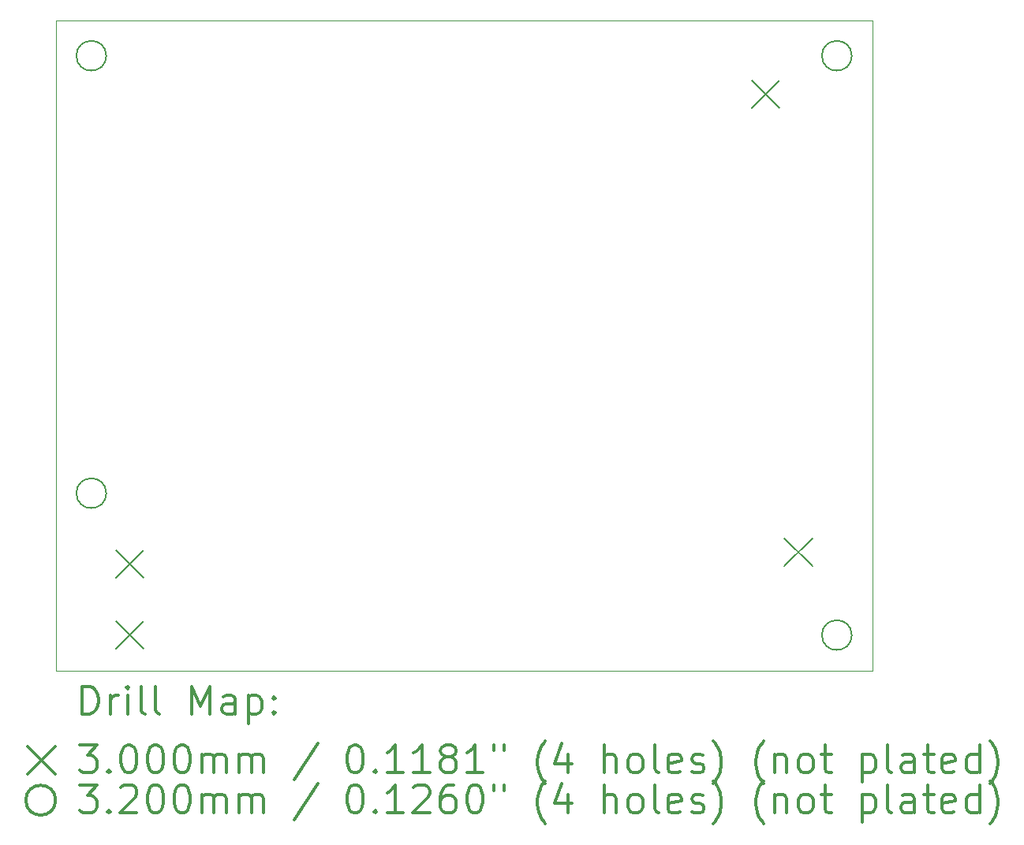
<source format=gbr>
%FSLAX45Y45*%
G04 Gerber Fmt 4.5, Leading zero omitted, Abs format (unit mm)*
G04 Created by KiCad (PCBNEW (5.1.10)-1) date 2021-12-04 11:07:23*
%MOMM*%
%LPD*%
G01*
G04 APERTURE LIST*
%TA.AperFunction,Profile*%
%ADD10C,0.050000*%
%TD*%
%ADD11C,0.200000*%
%ADD12C,0.300000*%
G04 APERTURE END LIST*
D10*
X6731000Y-13208000D02*
X6731000Y-6223000D01*
X15494000Y-13208000D02*
X6731000Y-13208000D01*
X15494000Y-6223000D02*
X15494000Y-13208000D01*
X6731000Y-6223000D02*
X15494000Y-6223000D01*
D11*
X7375000Y-11915000D02*
X7675000Y-12215000D01*
X7675000Y-11915000D02*
X7375000Y-12215000D01*
X7375000Y-12677000D02*
X7675000Y-12977000D01*
X7675000Y-12677000D02*
X7375000Y-12977000D01*
X14201000Y-6867000D02*
X14501000Y-7167000D01*
X14501000Y-6867000D02*
X14201000Y-7167000D01*
X14550000Y-11788000D02*
X14850000Y-12088000D01*
X14850000Y-11788000D02*
X14550000Y-12088000D01*
X7272000Y-6604000D02*
G75*
G03*
X7272000Y-6604000I-160000J0D01*
G01*
X7272000Y-11303000D02*
G75*
G03*
X7272000Y-11303000I-160000J0D01*
G01*
X15273000Y-6604000D02*
G75*
G03*
X15273000Y-6604000I-160000J0D01*
G01*
X15273000Y-12827000D02*
G75*
G03*
X15273000Y-12827000I-160000J0D01*
G01*
D12*
X7014928Y-13676214D02*
X7014928Y-13376214D01*
X7086357Y-13376214D01*
X7129214Y-13390500D01*
X7157786Y-13419071D01*
X7172071Y-13447643D01*
X7186357Y-13504786D01*
X7186357Y-13547643D01*
X7172071Y-13604786D01*
X7157786Y-13633357D01*
X7129214Y-13661929D01*
X7086357Y-13676214D01*
X7014928Y-13676214D01*
X7314928Y-13676214D02*
X7314928Y-13476214D01*
X7314928Y-13533357D02*
X7329214Y-13504786D01*
X7343500Y-13490500D01*
X7372071Y-13476214D01*
X7400643Y-13476214D01*
X7500643Y-13676214D02*
X7500643Y-13476214D01*
X7500643Y-13376214D02*
X7486357Y-13390500D01*
X7500643Y-13404786D01*
X7514928Y-13390500D01*
X7500643Y-13376214D01*
X7500643Y-13404786D01*
X7686357Y-13676214D02*
X7657786Y-13661929D01*
X7643500Y-13633357D01*
X7643500Y-13376214D01*
X7843500Y-13676214D02*
X7814928Y-13661929D01*
X7800643Y-13633357D01*
X7800643Y-13376214D01*
X8186357Y-13676214D02*
X8186357Y-13376214D01*
X8286357Y-13590500D01*
X8386357Y-13376214D01*
X8386357Y-13676214D01*
X8657786Y-13676214D02*
X8657786Y-13519071D01*
X8643500Y-13490500D01*
X8614928Y-13476214D01*
X8557786Y-13476214D01*
X8529214Y-13490500D01*
X8657786Y-13661929D02*
X8629214Y-13676214D01*
X8557786Y-13676214D01*
X8529214Y-13661929D01*
X8514928Y-13633357D01*
X8514928Y-13604786D01*
X8529214Y-13576214D01*
X8557786Y-13561929D01*
X8629214Y-13561929D01*
X8657786Y-13547643D01*
X8800643Y-13476214D02*
X8800643Y-13776214D01*
X8800643Y-13490500D02*
X8829214Y-13476214D01*
X8886357Y-13476214D01*
X8914928Y-13490500D01*
X8929214Y-13504786D01*
X8943500Y-13533357D01*
X8943500Y-13619071D01*
X8929214Y-13647643D01*
X8914928Y-13661929D01*
X8886357Y-13676214D01*
X8829214Y-13676214D01*
X8800643Y-13661929D01*
X9072071Y-13647643D02*
X9086357Y-13661929D01*
X9072071Y-13676214D01*
X9057786Y-13661929D01*
X9072071Y-13647643D01*
X9072071Y-13676214D01*
X9072071Y-13490500D02*
X9086357Y-13504786D01*
X9072071Y-13519071D01*
X9057786Y-13504786D01*
X9072071Y-13490500D01*
X9072071Y-13519071D01*
X6428500Y-14020500D02*
X6728500Y-14320500D01*
X6728500Y-14020500D02*
X6428500Y-14320500D01*
X6986357Y-14006214D02*
X7172071Y-14006214D01*
X7072071Y-14120500D01*
X7114928Y-14120500D01*
X7143500Y-14134786D01*
X7157786Y-14149071D01*
X7172071Y-14177643D01*
X7172071Y-14249071D01*
X7157786Y-14277643D01*
X7143500Y-14291929D01*
X7114928Y-14306214D01*
X7029214Y-14306214D01*
X7000643Y-14291929D01*
X6986357Y-14277643D01*
X7300643Y-14277643D02*
X7314928Y-14291929D01*
X7300643Y-14306214D01*
X7286357Y-14291929D01*
X7300643Y-14277643D01*
X7300643Y-14306214D01*
X7500643Y-14006214D02*
X7529214Y-14006214D01*
X7557786Y-14020500D01*
X7572071Y-14034786D01*
X7586357Y-14063357D01*
X7600643Y-14120500D01*
X7600643Y-14191929D01*
X7586357Y-14249071D01*
X7572071Y-14277643D01*
X7557786Y-14291929D01*
X7529214Y-14306214D01*
X7500643Y-14306214D01*
X7472071Y-14291929D01*
X7457786Y-14277643D01*
X7443500Y-14249071D01*
X7429214Y-14191929D01*
X7429214Y-14120500D01*
X7443500Y-14063357D01*
X7457786Y-14034786D01*
X7472071Y-14020500D01*
X7500643Y-14006214D01*
X7786357Y-14006214D02*
X7814928Y-14006214D01*
X7843500Y-14020500D01*
X7857786Y-14034786D01*
X7872071Y-14063357D01*
X7886357Y-14120500D01*
X7886357Y-14191929D01*
X7872071Y-14249071D01*
X7857786Y-14277643D01*
X7843500Y-14291929D01*
X7814928Y-14306214D01*
X7786357Y-14306214D01*
X7757786Y-14291929D01*
X7743500Y-14277643D01*
X7729214Y-14249071D01*
X7714928Y-14191929D01*
X7714928Y-14120500D01*
X7729214Y-14063357D01*
X7743500Y-14034786D01*
X7757786Y-14020500D01*
X7786357Y-14006214D01*
X8072071Y-14006214D02*
X8100643Y-14006214D01*
X8129214Y-14020500D01*
X8143500Y-14034786D01*
X8157786Y-14063357D01*
X8172071Y-14120500D01*
X8172071Y-14191929D01*
X8157786Y-14249071D01*
X8143500Y-14277643D01*
X8129214Y-14291929D01*
X8100643Y-14306214D01*
X8072071Y-14306214D01*
X8043500Y-14291929D01*
X8029214Y-14277643D01*
X8014928Y-14249071D01*
X8000643Y-14191929D01*
X8000643Y-14120500D01*
X8014928Y-14063357D01*
X8029214Y-14034786D01*
X8043500Y-14020500D01*
X8072071Y-14006214D01*
X8300643Y-14306214D02*
X8300643Y-14106214D01*
X8300643Y-14134786D02*
X8314928Y-14120500D01*
X8343500Y-14106214D01*
X8386357Y-14106214D01*
X8414928Y-14120500D01*
X8429214Y-14149071D01*
X8429214Y-14306214D01*
X8429214Y-14149071D02*
X8443500Y-14120500D01*
X8472071Y-14106214D01*
X8514928Y-14106214D01*
X8543500Y-14120500D01*
X8557786Y-14149071D01*
X8557786Y-14306214D01*
X8700643Y-14306214D02*
X8700643Y-14106214D01*
X8700643Y-14134786D02*
X8714928Y-14120500D01*
X8743500Y-14106214D01*
X8786357Y-14106214D01*
X8814928Y-14120500D01*
X8829214Y-14149071D01*
X8829214Y-14306214D01*
X8829214Y-14149071D02*
X8843500Y-14120500D01*
X8872071Y-14106214D01*
X8914928Y-14106214D01*
X8943500Y-14120500D01*
X8957786Y-14149071D01*
X8957786Y-14306214D01*
X9543500Y-13991929D02*
X9286357Y-14377643D01*
X9929214Y-14006214D02*
X9957786Y-14006214D01*
X9986357Y-14020500D01*
X10000643Y-14034786D01*
X10014928Y-14063357D01*
X10029214Y-14120500D01*
X10029214Y-14191929D01*
X10014928Y-14249071D01*
X10000643Y-14277643D01*
X9986357Y-14291929D01*
X9957786Y-14306214D01*
X9929214Y-14306214D01*
X9900643Y-14291929D01*
X9886357Y-14277643D01*
X9872071Y-14249071D01*
X9857786Y-14191929D01*
X9857786Y-14120500D01*
X9872071Y-14063357D01*
X9886357Y-14034786D01*
X9900643Y-14020500D01*
X9929214Y-14006214D01*
X10157786Y-14277643D02*
X10172071Y-14291929D01*
X10157786Y-14306214D01*
X10143500Y-14291929D01*
X10157786Y-14277643D01*
X10157786Y-14306214D01*
X10457786Y-14306214D02*
X10286357Y-14306214D01*
X10372071Y-14306214D02*
X10372071Y-14006214D01*
X10343500Y-14049071D01*
X10314928Y-14077643D01*
X10286357Y-14091929D01*
X10743500Y-14306214D02*
X10572071Y-14306214D01*
X10657786Y-14306214D02*
X10657786Y-14006214D01*
X10629214Y-14049071D01*
X10600643Y-14077643D01*
X10572071Y-14091929D01*
X10914928Y-14134786D02*
X10886357Y-14120500D01*
X10872071Y-14106214D01*
X10857786Y-14077643D01*
X10857786Y-14063357D01*
X10872071Y-14034786D01*
X10886357Y-14020500D01*
X10914928Y-14006214D01*
X10972071Y-14006214D01*
X11000643Y-14020500D01*
X11014928Y-14034786D01*
X11029214Y-14063357D01*
X11029214Y-14077643D01*
X11014928Y-14106214D01*
X11000643Y-14120500D01*
X10972071Y-14134786D01*
X10914928Y-14134786D01*
X10886357Y-14149071D01*
X10872071Y-14163357D01*
X10857786Y-14191929D01*
X10857786Y-14249071D01*
X10872071Y-14277643D01*
X10886357Y-14291929D01*
X10914928Y-14306214D01*
X10972071Y-14306214D01*
X11000643Y-14291929D01*
X11014928Y-14277643D01*
X11029214Y-14249071D01*
X11029214Y-14191929D01*
X11014928Y-14163357D01*
X11000643Y-14149071D01*
X10972071Y-14134786D01*
X11314928Y-14306214D02*
X11143500Y-14306214D01*
X11229214Y-14306214D02*
X11229214Y-14006214D01*
X11200643Y-14049071D01*
X11172071Y-14077643D01*
X11143500Y-14091929D01*
X11429214Y-14006214D02*
X11429214Y-14063357D01*
X11543500Y-14006214D02*
X11543500Y-14063357D01*
X11986357Y-14420500D02*
X11972071Y-14406214D01*
X11943500Y-14363357D01*
X11929214Y-14334786D01*
X11914928Y-14291929D01*
X11900643Y-14220500D01*
X11900643Y-14163357D01*
X11914928Y-14091929D01*
X11929214Y-14049071D01*
X11943500Y-14020500D01*
X11972071Y-13977643D01*
X11986357Y-13963357D01*
X12229214Y-14106214D02*
X12229214Y-14306214D01*
X12157786Y-13991929D02*
X12086357Y-14206214D01*
X12272071Y-14206214D01*
X12614928Y-14306214D02*
X12614928Y-14006214D01*
X12743500Y-14306214D02*
X12743500Y-14149071D01*
X12729214Y-14120500D01*
X12700643Y-14106214D01*
X12657786Y-14106214D01*
X12629214Y-14120500D01*
X12614928Y-14134786D01*
X12929214Y-14306214D02*
X12900643Y-14291929D01*
X12886357Y-14277643D01*
X12872071Y-14249071D01*
X12872071Y-14163357D01*
X12886357Y-14134786D01*
X12900643Y-14120500D01*
X12929214Y-14106214D01*
X12972071Y-14106214D01*
X13000643Y-14120500D01*
X13014928Y-14134786D01*
X13029214Y-14163357D01*
X13029214Y-14249071D01*
X13014928Y-14277643D01*
X13000643Y-14291929D01*
X12972071Y-14306214D01*
X12929214Y-14306214D01*
X13200643Y-14306214D02*
X13172071Y-14291929D01*
X13157786Y-14263357D01*
X13157786Y-14006214D01*
X13429214Y-14291929D02*
X13400643Y-14306214D01*
X13343500Y-14306214D01*
X13314928Y-14291929D01*
X13300643Y-14263357D01*
X13300643Y-14149071D01*
X13314928Y-14120500D01*
X13343500Y-14106214D01*
X13400643Y-14106214D01*
X13429214Y-14120500D01*
X13443500Y-14149071D01*
X13443500Y-14177643D01*
X13300643Y-14206214D01*
X13557786Y-14291929D02*
X13586357Y-14306214D01*
X13643500Y-14306214D01*
X13672071Y-14291929D01*
X13686357Y-14263357D01*
X13686357Y-14249071D01*
X13672071Y-14220500D01*
X13643500Y-14206214D01*
X13600643Y-14206214D01*
X13572071Y-14191929D01*
X13557786Y-14163357D01*
X13557786Y-14149071D01*
X13572071Y-14120500D01*
X13600643Y-14106214D01*
X13643500Y-14106214D01*
X13672071Y-14120500D01*
X13786357Y-14420500D02*
X13800643Y-14406214D01*
X13829214Y-14363357D01*
X13843500Y-14334786D01*
X13857786Y-14291929D01*
X13872071Y-14220500D01*
X13872071Y-14163357D01*
X13857786Y-14091929D01*
X13843500Y-14049071D01*
X13829214Y-14020500D01*
X13800643Y-13977643D01*
X13786357Y-13963357D01*
X14329214Y-14420500D02*
X14314928Y-14406214D01*
X14286357Y-14363357D01*
X14272071Y-14334786D01*
X14257786Y-14291929D01*
X14243500Y-14220500D01*
X14243500Y-14163357D01*
X14257786Y-14091929D01*
X14272071Y-14049071D01*
X14286357Y-14020500D01*
X14314928Y-13977643D01*
X14329214Y-13963357D01*
X14443500Y-14106214D02*
X14443500Y-14306214D01*
X14443500Y-14134786D02*
X14457786Y-14120500D01*
X14486357Y-14106214D01*
X14529214Y-14106214D01*
X14557786Y-14120500D01*
X14572071Y-14149071D01*
X14572071Y-14306214D01*
X14757786Y-14306214D02*
X14729214Y-14291929D01*
X14714928Y-14277643D01*
X14700643Y-14249071D01*
X14700643Y-14163357D01*
X14714928Y-14134786D01*
X14729214Y-14120500D01*
X14757786Y-14106214D01*
X14800643Y-14106214D01*
X14829214Y-14120500D01*
X14843500Y-14134786D01*
X14857786Y-14163357D01*
X14857786Y-14249071D01*
X14843500Y-14277643D01*
X14829214Y-14291929D01*
X14800643Y-14306214D01*
X14757786Y-14306214D01*
X14943500Y-14106214D02*
X15057786Y-14106214D01*
X14986357Y-14006214D02*
X14986357Y-14263357D01*
X15000643Y-14291929D01*
X15029214Y-14306214D01*
X15057786Y-14306214D01*
X15386357Y-14106214D02*
X15386357Y-14406214D01*
X15386357Y-14120500D02*
X15414928Y-14106214D01*
X15472071Y-14106214D01*
X15500643Y-14120500D01*
X15514928Y-14134786D01*
X15529214Y-14163357D01*
X15529214Y-14249071D01*
X15514928Y-14277643D01*
X15500643Y-14291929D01*
X15472071Y-14306214D01*
X15414928Y-14306214D01*
X15386357Y-14291929D01*
X15700643Y-14306214D02*
X15672071Y-14291929D01*
X15657786Y-14263357D01*
X15657786Y-14006214D01*
X15943500Y-14306214D02*
X15943500Y-14149071D01*
X15929214Y-14120500D01*
X15900643Y-14106214D01*
X15843500Y-14106214D01*
X15814928Y-14120500D01*
X15943500Y-14291929D02*
X15914928Y-14306214D01*
X15843500Y-14306214D01*
X15814928Y-14291929D01*
X15800643Y-14263357D01*
X15800643Y-14234786D01*
X15814928Y-14206214D01*
X15843500Y-14191929D01*
X15914928Y-14191929D01*
X15943500Y-14177643D01*
X16043500Y-14106214D02*
X16157786Y-14106214D01*
X16086357Y-14006214D02*
X16086357Y-14263357D01*
X16100643Y-14291929D01*
X16129214Y-14306214D01*
X16157786Y-14306214D01*
X16372071Y-14291929D02*
X16343500Y-14306214D01*
X16286357Y-14306214D01*
X16257786Y-14291929D01*
X16243500Y-14263357D01*
X16243500Y-14149071D01*
X16257786Y-14120500D01*
X16286357Y-14106214D01*
X16343500Y-14106214D01*
X16372071Y-14120500D01*
X16386357Y-14149071D01*
X16386357Y-14177643D01*
X16243500Y-14206214D01*
X16643500Y-14306214D02*
X16643500Y-14006214D01*
X16643500Y-14291929D02*
X16614928Y-14306214D01*
X16557786Y-14306214D01*
X16529214Y-14291929D01*
X16514928Y-14277643D01*
X16500643Y-14249071D01*
X16500643Y-14163357D01*
X16514928Y-14134786D01*
X16529214Y-14120500D01*
X16557786Y-14106214D01*
X16614928Y-14106214D01*
X16643500Y-14120500D01*
X16757786Y-14420500D02*
X16772071Y-14406214D01*
X16800643Y-14363357D01*
X16814928Y-14334786D01*
X16829214Y-14291929D01*
X16843500Y-14220500D01*
X16843500Y-14163357D01*
X16829214Y-14091929D01*
X16814928Y-14049071D01*
X16800643Y-14020500D01*
X16772071Y-13977643D01*
X16757786Y-13963357D01*
X6728500Y-14600500D02*
G75*
G03*
X6728500Y-14600500I-160000J0D01*
G01*
X6986357Y-14436214D02*
X7172071Y-14436214D01*
X7072071Y-14550500D01*
X7114928Y-14550500D01*
X7143500Y-14564786D01*
X7157786Y-14579071D01*
X7172071Y-14607643D01*
X7172071Y-14679071D01*
X7157786Y-14707643D01*
X7143500Y-14721929D01*
X7114928Y-14736214D01*
X7029214Y-14736214D01*
X7000643Y-14721929D01*
X6986357Y-14707643D01*
X7300643Y-14707643D02*
X7314928Y-14721929D01*
X7300643Y-14736214D01*
X7286357Y-14721929D01*
X7300643Y-14707643D01*
X7300643Y-14736214D01*
X7429214Y-14464786D02*
X7443500Y-14450500D01*
X7472071Y-14436214D01*
X7543500Y-14436214D01*
X7572071Y-14450500D01*
X7586357Y-14464786D01*
X7600643Y-14493357D01*
X7600643Y-14521929D01*
X7586357Y-14564786D01*
X7414928Y-14736214D01*
X7600643Y-14736214D01*
X7786357Y-14436214D02*
X7814928Y-14436214D01*
X7843500Y-14450500D01*
X7857786Y-14464786D01*
X7872071Y-14493357D01*
X7886357Y-14550500D01*
X7886357Y-14621929D01*
X7872071Y-14679071D01*
X7857786Y-14707643D01*
X7843500Y-14721929D01*
X7814928Y-14736214D01*
X7786357Y-14736214D01*
X7757786Y-14721929D01*
X7743500Y-14707643D01*
X7729214Y-14679071D01*
X7714928Y-14621929D01*
X7714928Y-14550500D01*
X7729214Y-14493357D01*
X7743500Y-14464786D01*
X7757786Y-14450500D01*
X7786357Y-14436214D01*
X8072071Y-14436214D02*
X8100643Y-14436214D01*
X8129214Y-14450500D01*
X8143500Y-14464786D01*
X8157786Y-14493357D01*
X8172071Y-14550500D01*
X8172071Y-14621929D01*
X8157786Y-14679071D01*
X8143500Y-14707643D01*
X8129214Y-14721929D01*
X8100643Y-14736214D01*
X8072071Y-14736214D01*
X8043500Y-14721929D01*
X8029214Y-14707643D01*
X8014928Y-14679071D01*
X8000643Y-14621929D01*
X8000643Y-14550500D01*
X8014928Y-14493357D01*
X8029214Y-14464786D01*
X8043500Y-14450500D01*
X8072071Y-14436214D01*
X8300643Y-14736214D02*
X8300643Y-14536214D01*
X8300643Y-14564786D02*
X8314928Y-14550500D01*
X8343500Y-14536214D01*
X8386357Y-14536214D01*
X8414928Y-14550500D01*
X8429214Y-14579071D01*
X8429214Y-14736214D01*
X8429214Y-14579071D02*
X8443500Y-14550500D01*
X8472071Y-14536214D01*
X8514928Y-14536214D01*
X8543500Y-14550500D01*
X8557786Y-14579071D01*
X8557786Y-14736214D01*
X8700643Y-14736214D02*
X8700643Y-14536214D01*
X8700643Y-14564786D02*
X8714928Y-14550500D01*
X8743500Y-14536214D01*
X8786357Y-14536214D01*
X8814928Y-14550500D01*
X8829214Y-14579071D01*
X8829214Y-14736214D01*
X8829214Y-14579071D02*
X8843500Y-14550500D01*
X8872071Y-14536214D01*
X8914928Y-14536214D01*
X8943500Y-14550500D01*
X8957786Y-14579071D01*
X8957786Y-14736214D01*
X9543500Y-14421929D02*
X9286357Y-14807643D01*
X9929214Y-14436214D02*
X9957786Y-14436214D01*
X9986357Y-14450500D01*
X10000643Y-14464786D01*
X10014928Y-14493357D01*
X10029214Y-14550500D01*
X10029214Y-14621929D01*
X10014928Y-14679071D01*
X10000643Y-14707643D01*
X9986357Y-14721929D01*
X9957786Y-14736214D01*
X9929214Y-14736214D01*
X9900643Y-14721929D01*
X9886357Y-14707643D01*
X9872071Y-14679071D01*
X9857786Y-14621929D01*
X9857786Y-14550500D01*
X9872071Y-14493357D01*
X9886357Y-14464786D01*
X9900643Y-14450500D01*
X9929214Y-14436214D01*
X10157786Y-14707643D02*
X10172071Y-14721929D01*
X10157786Y-14736214D01*
X10143500Y-14721929D01*
X10157786Y-14707643D01*
X10157786Y-14736214D01*
X10457786Y-14736214D02*
X10286357Y-14736214D01*
X10372071Y-14736214D02*
X10372071Y-14436214D01*
X10343500Y-14479071D01*
X10314928Y-14507643D01*
X10286357Y-14521929D01*
X10572071Y-14464786D02*
X10586357Y-14450500D01*
X10614928Y-14436214D01*
X10686357Y-14436214D01*
X10714928Y-14450500D01*
X10729214Y-14464786D01*
X10743500Y-14493357D01*
X10743500Y-14521929D01*
X10729214Y-14564786D01*
X10557786Y-14736214D01*
X10743500Y-14736214D01*
X11000643Y-14436214D02*
X10943500Y-14436214D01*
X10914928Y-14450500D01*
X10900643Y-14464786D01*
X10872071Y-14507643D01*
X10857786Y-14564786D01*
X10857786Y-14679071D01*
X10872071Y-14707643D01*
X10886357Y-14721929D01*
X10914928Y-14736214D01*
X10972071Y-14736214D01*
X11000643Y-14721929D01*
X11014928Y-14707643D01*
X11029214Y-14679071D01*
X11029214Y-14607643D01*
X11014928Y-14579071D01*
X11000643Y-14564786D01*
X10972071Y-14550500D01*
X10914928Y-14550500D01*
X10886357Y-14564786D01*
X10872071Y-14579071D01*
X10857786Y-14607643D01*
X11214928Y-14436214D02*
X11243500Y-14436214D01*
X11272071Y-14450500D01*
X11286357Y-14464786D01*
X11300643Y-14493357D01*
X11314928Y-14550500D01*
X11314928Y-14621929D01*
X11300643Y-14679071D01*
X11286357Y-14707643D01*
X11272071Y-14721929D01*
X11243500Y-14736214D01*
X11214928Y-14736214D01*
X11186357Y-14721929D01*
X11172071Y-14707643D01*
X11157786Y-14679071D01*
X11143500Y-14621929D01*
X11143500Y-14550500D01*
X11157786Y-14493357D01*
X11172071Y-14464786D01*
X11186357Y-14450500D01*
X11214928Y-14436214D01*
X11429214Y-14436214D02*
X11429214Y-14493357D01*
X11543500Y-14436214D02*
X11543500Y-14493357D01*
X11986357Y-14850500D02*
X11972071Y-14836214D01*
X11943500Y-14793357D01*
X11929214Y-14764786D01*
X11914928Y-14721929D01*
X11900643Y-14650500D01*
X11900643Y-14593357D01*
X11914928Y-14521929D01*
X11929214Y-14479071D01*
X11943500Y-14450500D01*
X11972071Y-14407643D01*
X11986357Y-14393357D01*
X12229214Y-14536214D02*
X12229214Y-14736214D01*
X12157786Y-14421929D02*
X12086357Y-14636214D01*
X12272071Y-14636214D01*
X12614928Y-14736214D02*
X12614928Y-14436214D01*
X12743500Y-14736214D02*
X12743500Y-14579071D01*
X12729214Y-14550500D01*
X12700643Y-14536214D01*
X12657786Y-14536214D01*
X12629214Y-14550500D01*
X12614928Y-14564786D01*
X12929214Y-14736214D02*
X12900643Y-14721929D01*
X12886357Y-14707643D01*
X12872071Y-14679071D01*
X12872071Y-14593357D01*
X12886357Y-14564786D01*
X12900643Y-14550500D01*
X12929214Y-14536214D01*
X12972071Y-14536214D01*
X13000643Y-14550500D01*
X13014928Y-14564786D01*
X13029214Y-14593357D01*
X13029214Y-14679071D01*
X13014928Y-14707643D01*
X13000643Y-14721929D01*
X12972071Y-14736214D01*
X12929214Y-14736214D01*
X13200643Y-14736214D02*
X13172071Y-14721929D01*
X13157786Y-14693357D01*
X13157786Y-14436214D01*
X13429214Y-14721929D02*
X13400643Y-14736214D01*
X13343500Y-14736214D01*
X13314928Y-14721929D01*
X13300643Y-14693357D01*
X13300643Y-14579071D01*
X13314928Y-14550500D01*
X13343500Y-14536214D01*
X13400643Y-14536214D01*
X13429214Y-14550500D01*
X13443500Y-14579071D01*
X13443500Y-14607643D01*
X13300643Y-14636214D01*
X13557786Y-14721929D02*
X13586357Y-14736214D01*
X13643500Y-14736214D01*
X13672071Y-14721929D01*
X13686357Y-14693357D01*
X13686357Y-14679071D01*
X13672071Y-14650500D01*
X13643500Y-14636214D01*
X13600643Y-14636214D01*
X13572071Y-14621929D01*
X13557786Y-14593357D01*
X13557786Y-14579071D01*
X13572071Y-14550500D01*
X13600643Y-14536214D01*
X13643500Y-14536214D01*
X13672071Y-14550500D01*
X13786357Y-14850500D02*
X13800643Y-14836214D01*
X13829214Y-14793357D01*
X13843500Y-14764786D01*
X13857786Y-14721929D01*
X13872071Y-14650500D01*
X13872071Y-14593357D01*
X13857786Y-14521929D01*
X13843500Y-14479071D01*
X13829214Y-14450500D01*
X13800643Y-14407643D01*
X13786357Y-14393357D01*
X14329214Y-14850500D02*
X14314928Y-14836214D01*
X14286357Y-14793357D01*
X14272071Y-14764786D01*
X14257786Y-14721929D01*
X14243500Y-14650500D01*
X14243500Y-14593357D01*
X14257786Y-14521929D01*
X14272071Y-14479071D01*
X14286357Y-14450500D01*
X14314928Y-14407643D01*
X14329214Y-14393357D01*
X14443500Y-14536214D02*
X14443500Y-14736214D01*
X14443500Y-14564786D02*
X14457786Y-14550500D01*
X14486357Y-14536214D01*
X14529214Y-14536214D01*
X14557786Y-14550500D01*
X14572071Y-14579071D01*
X14572071Y-14736214D01*
X14757786Y-14736214D02*
X14729214Y-14721929D01*
X14714928Y-14707643D01*
X14700643Y-14679071D01*
X14700643Y-14593357D01*
X14714928Y-14564786D01*
X14729214Y-14550500D01*
X14757786Y-14536214D01*
X14800643Y-14536214D01*
X14829214Y-14550500D01*
X14843500Y-14564786D01*
X14857786Y-14593357D01*
X14857786Y-14679071D01*
X14843500Y-14707643D01*
X14829214Y-14721929D01*
X14800643Y-14736214D01*
X14757786Y-14736214D01*
X14943500Y-14536214D02*
X15057786Y-14536214D01*
X14986357Y-14436214D02*
X14986357Y-14693357D01*
X15000643Y-14721929D01*
X15029214Y-14736214D01*
X15057786Y-14736214D01*
X15386357Y-14536214D02*
X15386357Y-14836214D01*
X15386357Y-14550500D02*
X15414928Y-14536214D01*
X15472071Y-14536214D01*
X15500643Y-14550500D01*
X15514928Y-14564786D01*
X15529214Y-14593357D01*
X15529214Y-14679071D01*
X15514928Y-14707643D01*
X15500643Y-14721929D01*
X15472071Y-14736214D01*
X15414928Y-14736214D01*
X15386357Y-14721929D01*
X15700643Y-14736214D02*
X15672071Y-14721929D01*
X15657786Y-14693357D01*
X15657786Y-14436214D01*
X15943500Y-14736214D02*
X15943500Y-14579071D01*
X15929214Y-14550500D01*
X15900643Y-14536214D01*
X15843500Y-14536214D01*
X15814928Y-14550500D01*
X15943500Y-14721929D02*
X15914928Y-14736214D01*
X15843500Y-14736214D01*
X15814928Y-14721929D01*
X15800643Y-14693357D01*
X15800643Y-14664786D01*
X15814928Y-14636214D01*
X15843500Y-14621929D01*
X15914928Y-14621929D01*
X15943500Y-14607643D01*
X16043500Y-14536214D02*
X16157786Y-14536214D01*
X16086357Y-14436214D02*
X16086357Y-14693357D01*
X16100643Y-14721929D01*
X16129214Y-14736214D01*
X16157786Y-14736214D01*
X16372071Y-14721929D02*
X16343500Y-14736214D01*
X16286357Y-14736214D01*
X16257786Y-14721929D01*
X16243500Y-14693357D01*
X16243500Y-14579071D01*
X16257786Y-14550500D01*
X16286357Y-14536214D01*
X16343500Y-14536214D01*
X16372071Y-14550500D01*
X16386357Y-14579071D01*
X16386357Y-14607643D01*
X16243500Y-14636214D01*
X16643500Y-14736214D02*
X16643500Y-14436214D01*
X16643500Y-14721929D02*
X16614928Y-14736214D01*
X16557786Y-14736214D01*
X16529214Y-14721929D01*
X16514928Y-14707643D01*
X16500643Y-14679071D01*
X16500643Y-14593357D01*
X16514928Y-14564786D01*
X16529214Y-14550500D01*
X16557786Y-14536214D01*
X16614928Y-14536214D01*
X16643500Y-14550500D01*
X16757786Y-14850500D02*
X16772071Y-14836214D01*
X16800643Y-14793357D01*
X16814928Y-14764786D01*
X16829214Y-14721929D01*
X16843500Y-14650500D01*
X16843500Y-14593357D01*
X16829214Y-14521929D01*
X16814928Y-14479071D01*
X16800643Y-14450500D01*
X16772071Y-14407643D01*
X16757786Y-14393357D01*
M02*

</source>
